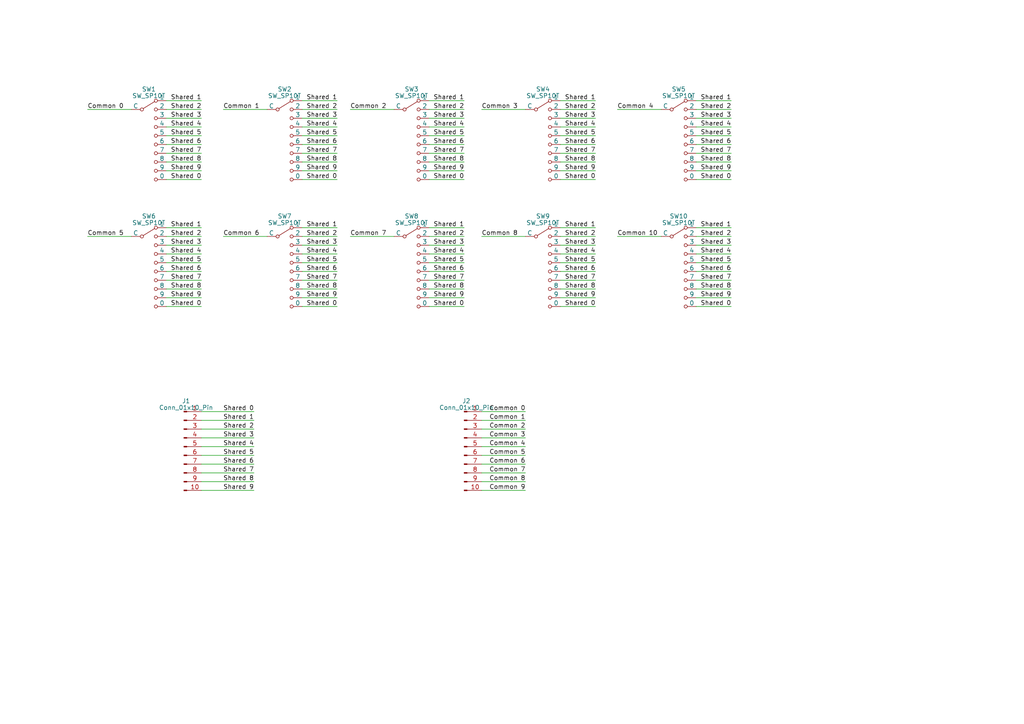
<source format=kicad_sch>
(kicad_sch (version 20230121) (generator eeschema)
  (paper "A4")
  (lib_symbols
    (symbol "Connector:Conn_01x10_Pin" (pin_names (offset 1.016) hide)
      (property "Reference" "J" (at 0 12.7 0))
      (property "Value" "Conn_01x10_Pin" (at 0 -15.24 0))
      (symbol "Conn_01x10_Pin_1_1"
        (polyline (pts (xy 1.27 -12.7) (xy 0.8636 -12.7)) (stroke (width 0.1524)))
        (polyline (pts (xy 1.27 -10.16) (xy 0.8636 -10.16)) (stroke (width 0.1524)))
        (polyline (pts (xy 1.27 -7.62) (xy 0.8636 -7.62)) (stroke (width 0.1524)))
        (polyline (pts (xy 1.27 -5.08) (xy 0.8636 -5.08)) (stroke (width 0.1524)))
        (polyline (pts (xy 1.27 -2.54) (xy 0.8636 -2.54)) (stroke (width 0.1524)))
        (polyline (pts (xy 1.27 0) (xy 0.8636 0)) (stroke (width 0.1524)))
        (polyline (pts (xy 1.27 2.54) (xy 0.8636 2.54)) (stroke (width 0.1524)))
        (polyline (pts (xy 1.27 5.08) (xy 0.8636 5.08)) (stroke (width 0.1524)))
        (polyline (pts (xy 1.27 7.62) (xy 0.8636 7.62)) (stroke (width 0.1524)))
        (polyline (pts (xy 1.27 10.16) (xy 0.8636 10.16)) (stroke (width 0.1524)))
        (rectangle (start 0.8636 -12.573) (end 0 -12.827) (stroke (width 0.1524)) (fill (type outline)))
        (rectangle (start 0.8636 -10.033) (end 0 -10.287) (stroke (width 0.1524)) (fill (type outline)))
        (rectangle (start 0.8636 -7.493) (end 0 -7.747) (stroke (width 0.1524)) (fill (type outline)))
        (rectangle (start 0.8636 -4.953) (end 0 -5.207) (stroke (width 0.1524)) (fill (type outline)))
        (rectangle (start 0.8636 -2.413) (end 0 -2.667) (stroke (width 0.1524)) (fill (type outline)))
        (rectangle (start 0.8636 0.127) (end 0 -0.127) (stroke (width 0.1524)) (fill (type outline)))
        (rectangle (start 0.8636 2.667) (end 0 2.413) (stroke (width 0.1524)) (fill (type outline)))
        (rectangle (start 0.8636 5.207) (end 0 4.953) (stroke (width 0.1524)) (fill (type outline)))
        (rectangle (start 0.8636 7.747) (end 0 7.493) (stroke (width 0.1524)) (fill (type outline)))
        (rectangle (start 0.8636 10.287) (end 0 10.033) (stroke (width 0.1524)) (fill (type outline)))
        (pin passive line (at 5.08 10.16 180) (length 3.81) (name "Pin_1") (number "1"))
        (pin passive line (at 5.08 -12.7 180) (length 3.81) (name "Pin_10") (number "10"))
        (pin passive line (at 5.08 7.62 180) (length 3.81) (name "Pin_2") (number "2"))
        (pin passive line (at 5.08 5.08 180) (length 3.81) (name "Pin_3") (number "3"))
        (pin passive line (at 5.08 2.54 180) (length 3.81) (name "Pin_4") (number "4"))
        (pin passive line (at 5.08 0 180) (length 3.81) (name "Pin_5") (number "5"))
        (pin passive line (at 5.08 -2.54 180) (length 3.81) (name "Pin_6") (number "6"))
        (pin passive line (at 5.08 -5.08 180) (length 3.81) (name "Pin_7") (number "7"))
        (pin passive line (at 5.08 -7.62 180) (length 3.81) (name "Pin_8") (number "8"))
        (pin passive line (at 5.08 -10.16 180) (length 3.81) (name "Pin_9") (number "9"))
      )
    )
    (symbol "EmbeddedBakery:SW_SP10T" (pin_numbers hide) (pin_names (offset 0))
      (property "Reference" "SW" (at 0 5.08 0))
      (property "Value" "SW_SP10T" (at 1.27 -24.13 0))
      (symbol "SW_SP10T_0_1"
        (circle (center -2.032 0) (radius 0.4572))
        (polyline (pts (xy -1.651 0.254) (xy 1.651 2.286)))
        (circle (center 2.032 -20.32) (radius 0.4572))
        (circle (center 2.032 -17.78) (radius 0.4572))
        (circle (center 2.032 -15.24) (radius 0.4572))
        (circle (center 2.032 -12.7) (radius 0.4572))
        (circle (center 2.032 -10.16) (radius 0.4572))
        (circle (center 2.032 -7.62) (radius 0.4572))
        (circle (center 2.032 -5.08) (radius 0.4572))
        (circle (center 2.032 -2.54) (radius 0.4572))
        (circle (center 2.032 0) (radius 0.4572))
        (circle (center 2.032 2.54) (radius 0.4572))
      )
      (symbol "SW_SP10T_1_1"
        (pin passive line (at 5.08 -7.62 180) (length 2.54) (name "5") (number "1"))
        (pin passive line (at 5.08 -2.54 180) (length 2.54) (name "3") (number "10"))
        (pin passive line (at 5.08 -5.08 180) (length 2.54) (name "4") (number "11"))
        (pin passive line (at 5.08 -10.16 180) (length 2.54) (name "6") (number "2"))
        (pin passive line (at 5.08 -12.7 180) (length 2.54) (name "7") (number "3"))
        (pin passive line (at 5.08 -15.24 180) (length 2.54) (name "8") (number "4"))
        (pin passive line (at 5.08 -17.78 180) (length 2.54) (name "9") (number "5"))
        (pin passive line (at 5.08 -20.32 180) (length 2.54) (name "0") (number "7"))
        (pin passive line (at -5.08 0 0) (length 2.54) (name "C") (number "7"))
        (pin passive line (at 5.08 2.54 180) (length 2.54) (name "1") (number "8"))
        (pin passive line (at 5.08 0 180) (length 2.54) (name "2") (number "9"))
      )
    )
  )
  (wire (pts (xy 162.56 86.36) (xy 172.72 86.36)))
  (wire (pts (xy 48.26 66.04) (xy 58.42 66.04)))
  (wire (pts (xy 124.46 73.66) (xy 134.62 73.66)))
  (wire (pts (xy 58.42 142.24) (xy 73.66 142.24)))
  (wire (pts (xy 162.56 66.04) (xy 172.72 66.04)))
  (wire (pts (xy 139.7 68.58) (xy 152.4 68.58)))
  (wire (pts (xy 87.63 66.04) (xy 97.79 66.04)))
  (wire (pts (xy 162.56 88.9) (xy 172.72 88.9)))
  (wire (pts (xy 139.7 119.38) (xy 152.4 119.38)))
  (wire (pts (xy 162.56 34.29) (xy 172.72 34.29)))
  (wire (pts (xy 124.46 29.21) (xy 134.62 29.21)))
  (wire (pts (xy 201.93 44.45) (xy 212.09 44.45)))
  (wire (pts (xy 201.93 71.12) (xy 212.09 71.12)))
  (wire (pts (xy 139.7 31.75) (xy 152.4 31.75)))
  (wire (pts (xy 58.42 121.92) (xy 73.66 121.92)))
  (wire (pts (xy 48.26 86.36) (xy 58.42 86.36)))
  (wire (pts (xy 201.93 73.66) (xy 212.09 73.66)))
  (wire (pts (xy 201.93 29.21) (xy 212.09 29.21)))
  (wire (pts (xy 162.56 78.74) (xy 172.72 78.74)))
  (wire (pts (xy 124.46 39.37) (xy 134.62 39.37)))
  (wire (pts (xy 201.93 86.36) (xy 212.09 86.36)))
  (wire (pts (xy 48.26 73.66) (xy 58.42 73.66)))
  (wire (pts (xy 58.42 127) (xy 73.66 127)))
  (wire (pts (xy 162.56 46.99) (xy 172.72 46.99)))
  (wire (pts (xy 58.42 132.08) (xy 73.66 132.08)))
  (wire (pts (xy 58.42 119.38) (xy 73.66 119.38)))
  (wire (pts (xy 48.26 36.83) (xy 58.42 36.83)))
  (wire (pts (xy 179.07 31.75) (xy 191.77 31.75)))
  (wire (pts (xy 87.63 86.36) (xy 97.79 86.36)))
  (wire (pts (xy 87.63 83.82) (xy 97.79 83.82)))
  (wire (pts (xy 58.42 134.62) (xy 73.66 134.62)))
  (wire (pts (xy 201.93 66.04) (xy 212.09 66.04)))
  (wire (pts (xy 48.26 34.29) (xy 58.42 34.29)))
  (wire (pts (xy 124.46 88.9) (xy 134.62 88.9)))
  (wire (pts (xy 48.26 44.45) (xy 58.42 44.45)))
  (wire (pts (xy 124.46 44.45) (xy 134.62 44.45)))
  (wire (pts (xy 58.42 137.16) (xy 73.66 137.16)))
  (wire (pts (xy 48.26 68.58) (xy 58.42 68.58)))
  (wire (pts (xy 87.63 41.91) (xy 97.79 41.91)))
  (wire (pts (xy 162.56 73.66) (xy 172.72 73.66)))
  (wire (pts (xy 48.26 49.53) (xy 58.42 49.53)))
  (wire (pts (xy 48.26 71.12) (xy 58.42 71.12)))
  (wire (pts (xy 87.63 34.29) (xy 97.79 34.29)))
  (wire (pts (xy 162.56 29.21) (xy 172.72 29.21)))
  (wire (pts (xy 124.46 49.53) (xy 134.62 49.53)))
  (wire (pts (xy 201.93 81.28) (xy 212.09 81.28)))
  (wire (pts (xy 124.46 78.74) (xy 134.62 78.74)))
  (wire (pts (xy 201.93 34.29) (xy 212.09 34.29)))
  (wire (pts (xy 201.93 49.53) (xy 212.09 49.53)))
  (wire (pts (xy 48.26 76.2) (xy 58.42 76.2)))
  (wire (pts (xy 162.56 41.91) (xy 172.72 41.91)))
  (wire (pts (xy 124.46 68.58) (xy 134.62 68.58)))
  (wire (pts (xy 201.93 52.07) (xy 212.09 52.07)))
  (wire (pts (xy 25.4 68.58) (xy 38.1 68.58)))
  (wire (pts (xy 64.77 31.75) (xy 77.47 31.75)))
  (wire (pts (xy 87.63 76.2) (xy 97.79 76.2)))
  (wire (pts (xy 179.07 68.58) (xy 191.77 68.58)))
  (wire (pts (xy 124.46 76.2) (xy 134.62 76.2)))
  (wire (pts (xy 139.7 121.92) (xy 152.4 121.92)))
  (wire (pts (xy 139.7 137.16) (xy 152.4 137.16)))
  (wire (pts (xy 124.46 41.91) (xy 134.62 41.91)))
  (wire (pts (xy 124.46 46.99) (xy 134.62 46.99)))
  (wire (pts (xy 48.26 52.07) (xy 58.42 52.07)))
  (wire (pts (xy 48.26 46.99) (xy 58.42 46.99)))
  (wire (pts (xy 124.46 31.75) (xy 134.62 31.75)))
  (wire (pts (xy 87.63 71.12) (xy 97.79 71.12)))
  (wire (pts (xy 101.6 31.75) (xy 114.3 31.75)))
  (wire (pts (xy 162.56 39.37) (xy 172.72 39.37)))
  (wire (pts (xy 162.56 76.2) (xy 172.72 76.2)))
  (wire (pts (xy 124.46 86.36) (xy 134.62 86.36)))
  (wire (pts (xy 162.56 71.12) (xy 172.72 71.12)))
  (wire (pts (xy 87.63 78.74) (xy 97.79 78.74)))
  (wire (pts (xy 162.56 44.45) (xy 172.72 44.45)))
  (wire (pts (xy 124.46 52.07) (xy 134.62 52.07)))
  (wire (pts (xy 124.46 81.28) (xy 134.62 81.28)))
  (wire (pts (xy 48.26 88.9) (xy 58.42 88.9)))
  (wire (pts (xy 124.46 71.12) (xy 134.62 71.12)))
  (wire (pts (xy 87.63 52.07) (xy 97.79 52.07)))
  (wire (pts (xy 201.93 36.83) (xy 212.09 36.83)))
  (wire (pts (xy 201.93 68.58) (xy 212.09 68.58)))
  (wire (pts (xy 48.26 83.82) (xy 58.42 83.82)))
  (wire (pts (xy 58.42 124.46) (xy 73.66 124.46)))
  (wire (pts (xy 201.93 46.99) (xy 212.09 46.99)))
  (wire (pts (xy 162.56 83.82) (xy 172.72 83.82)))
  (wire (pts (xy 139.7 124.46) (xy 152.4 124.46)))
  (wire (pts (xy 162.56 81.28) (xy 172.72 81.28)))
  (wire (pts (xy 162.56 49.53) (xy 172.72 49.53)))
  (wire (pts (xy 124.46 34.29) (xy 134.62 34.29)))
  (wire (pts (xy 162.56 52.07) (xy 172.72 52.07)))
  (wire (pts (xy 58.42 129.54) (xy 73.66 129.54)))
  (wire (pts (xy 201.93 31.75) (xy 212.09 31.75)))
  (wire (pts (xy 87.63 36.83) (xy 97.79 36.83)))
  (wire (pts (xy 201.93 78.74) (xy 212.09 78.74)))
  (wire (pts (xy 201.93 83.82) (xy 212.09 83.82)))
  (wire (pts (xy 87.63 39.37) (xy 97.79 39.37)))
  (wire (pts (xy 139.7 139.7) (xy 152.4 139.7)))
  (wire (pts (xy 139.7 132.08) (xy 152.4 132.08)))
  (wire (pts (xy 201.93 41.91) (xy 212.09 41.91)))
  (wire (pts (xy 87.63 46.99) (xy 97.79 46.99)))
  (wire (pts (xy 87.63 73.66) (xy 97.79 73.66)))
  (wire (pts (xy 139.7 127) (xy 152.4 127)))
  (wire (pts (xy 25.4 31.75) (xy 38.1 31.75)))
  (wire (pts (xy 87.63 88.9) (xy 97.79 88.9)))
  (wire (pts (xy 139.7 129.54) (xy 152.4 129.54)))
  (wire (pts (xy 48.26 29.21) (xy 58.42 29.21)))
  (wire (pts (xy 162.56 36.83) (xy 172.72 36.83)))
  (wire (pts (xy 101.6 68.58) (xy 114.3 68.58)))
  (wire (pts (xy 48.26 31.75) (xy 58.42 31.75)))
  (wire (pts (xy 87.63 29.21) (xy 97.79 29.21)))
  (wire (pts (xy 58.42 139.7) (xy 73.66 139.7)))
  (wire (pts (xy 139.7 142.24) (xy 152.4 142.24)))
  (wire (pts (xy 162.56 31.75) (xy 172.72 31.75)))
  (wire (pts (xy 201.93 76.2) (xy 212.09 76.2)))
  (wire (pts (xy 87.63 31.75) (xy 97.79 31.75)))
  (wire (pts (xy 48.26 41.91) (xy 58.42 41.91)))
  (wire (pts (xy 48.26 39.37) (xy 58.42 39.37)))
  (wire (pts (xy 87.63 49.53) (xy 97.79 49.53)))
  (wire (pts (xy 87.63 81.28) (xy 97.79 81.28)))
  (wire (pts (xy 64.77 68.58) (xy 77.47 68.58)))
  (wire (pts (xy 124.46 83.82) (xy 134.62 83.82)))
  (wire (pts (xy 87.63 44.45) (xy 97.79 44.45)))
  (wire (pts (xy 139.7 134.62) (xy 152.4 134.62)))
  (wire (pts (xy 201.93 39.37) (xy 212.09 39.37)))
  (wire (pts (xy 124.46 66.04) (xy 134.62 66.04)))
  (wire (pts (xy 87.63 68.58) (xy 97.79 68.58)))
  (wire (pts (xy 124.46 36.83) (xy 134.62 36.83)))
  (wire (pts (xy 162.56 68.58) (xy 172.72 68.58)))
  (wire (pts (xy 48.26 78.74) (xy 58.42 78.74)))
  (wire (pts (xy 201.93 88.9) (xy 212.09 88.9)))
  (wire (pts (xy 48.26 81.28) (xy 58.42 81.28)))
  (label "Shared 3" (at 97.79 34.29 180))
  (label "Shared 6" (at 97.79 78.74 180))
  (label "Shared 8" (at 172.72 83.82 180))
  (label "Shared 9" (at 58.42 49.53 180))
  (label "Shared 4" (at 58.42 73.66 180))
  (label "Shared 9" (at 58.42 86.36 180))
  (label "Common 0" (at 25.4 31.75 0))
  (label "Shared 1" (at 58.42 66.04 180))
  (label "Shared 6" (at 134.62 41.91 180))
  (label "Shared 1" (at 212.09 29.21 180))
  (label "Shared 8" (at 73.66 139.7 180))
  (label "Shared 8" (at 212.09 83.82 180))
  (label "Shared 4" (at 134.62 36.83 180))
  (label "Shared 9" (at 97.79 49.53 180))
  (label "Common 8" (at 152.4 139.7 180))
  (label "Shared 7" (at 212.09 81.28 180))
  (label "Shared 5" (at 134.62 76.2 180))
  (label "Shared 6" (at 172.72 78.74 180))
  (label "Shared 3" (at 172.72 71.12 180))
  (label "Shared 2" (at 97.79 68.58 180))
  (label "Shared 5" (at 58.42 76.2 180))
  (label "Shared 8" (at 97.79 46.99 180))
  (label "Shared 4" (at 172.72 73.66 180))
  (label "Shared 4" (at 134.62 73.66 180))
  (label "Shared 7" (at 97.79 81.28 180))
  (label "Common 1" (at 64.77 31.75 0))
  (label "Shared 6" (at 73.66 134.62 180))
  (label "Shared 7" (at 172.72 81.28 180))
  (label "Shared 8" (at 58.42 46.99 180))
  (label "Shared 2" (at 134.62 68.58 180))
  (label "Common 0" (at 152.4 119.38 180))
  (label "Shared 1" (at 134.62 66.04 180))
  (label "Shared 0" (at 73.66 119.38 180))
  (label "Shared 2" (at 73.66 124.46 180))
  (label "Shared 4" (at 97.79 73.66 180))
  (label "Shared 8" (at 134.62 83.82 180))
  (label "Shared 3" (at 134.62 34.29 180))
  (label "Shared 1" (at 58.42 29.21 180))
  (label "Shared 5" (at 212.09 39.37 180))
  (label "Common 7" (at 101.6 68.58 0))
  (label "Shared 0" (at 134.62 88.9 180))
  (label "Shared 6" (at 97.79 41.91 180))
  (label "Shared 4" (at 58.42 36.83 180))
  (label "Shared 6" (at 212.09 41.91 180))
  (label "Shared 0" (at 134.62 52.07 180))
  (label "Shared 3" (at 172.72 34.29 180))
  (label "Shared 5" (at 73.66 132.08 180))
  (label "Shared 9" (at 134.62 49.53 180))
  (label "Shared 9" (at 73.66 142.24 180))
  (label "Common 4" (at 179.07 31.75 0))
  (label "Shared 5" (at 172.72 39.37 180))
  (label "Shared 3" (at 58.42 71.12 180))
  (label "Common 5" (at 25.4 68.58 0))
  (label "Shared 0" (at 58.42 88.9 180))
  (label "Common 4" (at 152.4 129.54 180))
  (label "Shared 1" (at 172.72 29.21 180))
  (label "Shared 6" (at 58.42 41.91 180))
  (label "Shared 0" (at 212.09 52.07 180))
  (label "Shared 1" (at 172.72 66.04 180))
  (label "Shared 8" (at 212.09 46.99 180))
  (label "Common 6" (at 152.4 134.62 180))
  (label "Shared 1" (at 97.79 66.04 180))
  (label "Shared 9" (at 97.79 86.36 180))
  (label "Shared 2" (at 212.09 68.58 180))
  (label "Shared 8" (at 134.62 46.99 180))
  (label "Shared 4" (at 212.09 73.66 180))
  (label "Shared 2" (at 172.72 68.58 180))
  (label "Shared 4" (at 212.09 36.83 180))
  (label "Shared 9" (at 212.09 86.36 180))
  (label "Shared 7" (at 58.42 81.28 180))
  (label "Shared 0" (at 172.72 88.9 180))
  (label "Shared 4" (at 73.66 129.54 180))
  (label "Common 1" (at 152.4 121.92 180))
  (label "Shared 9" (at 212.09 49.53 180))
  (label "Shared 7" (at 134.62 81.28 180))
  (label "Shared 2" (at 212.09 31.75 180))
  (label "Shared 5" (at 212.09 76.2 180))
  (label "Shared 2" (at 172.72 31.75 180))
  (label "Shared 7" (at 97.79 44.45 180))
  (label "Shared 3" (at 97.79 71.12 180))
  (label "Shared 6" (at 212.09 78.74 180))
  (label "Shared 0" (at 97.79 88.9 180))
  (label "Shared 6" (at 134.62 78.74 180))
  (label "Common 6" (at 64.77 68.58 0))
  (label "Shared 7" (at 134.62 44.45 180))
  (label "Shared 5" (at 58.42 39.37 180))
  (label "Shared 0" (at 58.42 52.07 180))
  (label "Shared 0" (at 212.09 88.9 180))
  (label "Shared 5" (at 97.79 76.2 180))
  (label "Shared 6" (at 58.42 78.74 180))
  (label "Shared 5" (at 134.62 39.37 180))
  (label "Shared 1" (at 73.66 121.92 180))
  (label "Common 2" (at 152.4 124.46 180))
  (label "Shared 3" (at 58.42 34.29 180))
  (label "Shared 9" (at 134.62 86.36 180))
  (label "Common 9" (at 152.4 142.24 180))
  (label "Shared 0" (at 97.79 52.07 180))
  (label "Shared 4" (at 97.79 36.83 180))
  (label "Shared 7" (at 58.42 44.45 180))
  (label "Common 7" (at 152.4 137.16 180))
  (label "Common 5" (at 152.4 132.08 180))
  (label "Shared 7" (at 73.66 137.16 180))
  (label "Shared 2" (at 58.42 31.75 180))
  (label "Common 8" (at 139.7 68.58 0))
  (label "Shared 8" (at 172.72 46.99 180))
  (label "Shared 5" (at 172.72 76.2 180))
  (label "Shared 5" (at 97.79 39.37 180))
  (label "Shared 6" (at 172.72 41.91 180))
  (label "Shared 0" (at 172.72 52.07 180))
  (label "Shared 3" (at 134.62 71.12 180))
  (label "Common 2" (at 101.6 31.75 0))
  (label "Shared 8" (at 58.42 83.82 180))
  (label "Shared 2" (at 97.79 31.75 180))
  (label "Common 3" (at 139.7 31.75 0))
  (label "Shared 7" (at 172.72 44.45 180))
  (label "Common 3" (at 152.4 127 180))
  (label "Shared 3" (at 212.09 71.12 180))
  (label "Shared 8" (at 97.79 83.82 180))
  (label "Common 10" (at 179.07 68.58 0))
  (label "Shared 2" (at 134.62 31.75 180))
  (label "Shared 2" (at 58.42 68.58 180))
  (label "Shared 1" (at 97.79 29.21 180))
  (label "Shared 9" (at 172.72 49.53 180))
  (label "Shared 7" (at 212.09 44.45 180))
  (label "Shared 1" (at 212.09 66.04 180))
  (label "Shared 3" (at 212.09 34.29 180))
  (label "Shared 3" (at 73.66 127 180))
  (label "Shared 4" (at 172.72 36.83 180))
  (label "Shared 1" (at 134.62 29.21 180))
  (label "Shared 9" (at 172.72 86.36 180))
  (symbol (lib_id "EmbeddedBakery:SW_SP10T") (at 157.48 31.75 0) (unit 1)
    (property "Reference" "SW4" (at 157.48 25.8699 0))
    (property "Value" "SW_SP10T" (at 157.48 27.7909 0))
  )
  (symbol (lib_id "EmbeddedBakery:SW_SP10T") (at 43.18 68.58 0) (unit 1)
    (property "Reference" "SW6" (at 43.18 62.6999 0))
    (property "Value" "SW_SP10T" (at 43.18 64.6209 0))
  )
  (symbol (lib_id "EmbeddedBakery:SW_SP10T") (at 119.38 68.58 0) (unit 1)
    (property "Reference" "SW8" (at 119.38 62.6999 0))
    (property "Value" "SW_SP10T" (at 119.38 64.6209 0))
  )
  (symbol (lib_id "EmbeddedBakery:SW_SP10T") (at 82.55 68.58 0) (unit 1)
    (property "Reference" "SW7" (at 82.55 62.6999 0))
    (property "Value" "SW_SP10T" (at 82.55 64.6209 0))
  )
  (symbol (lib_id "EmbeddedBakery:SW_SP10T") (at 43.18 31.75 0) (unit 1)
    (property "Reference" "SW1" (at 43.18 25.8699 0))
    (property "Value" "SW_SP10T" (at 43.18 27.7909 0))
  )
  (symbol (lib_id "Connector:Conn_01x10_Pin") (at 134.62 129.54 0) (unit 1)
    (property "Reference" "J2" (at 135.255 116.2939 0))
    (property "Value" "Conn_01x10_Pin" (at 135.255 118.2149 0))
  )
  (symbol (lib_id "EmbeddedBakery:SW_SP10T") (at 196.85 31.75 0) (unit 1)
    (property "Reference" "SW5" (at 196.85 25.8699 0))
    (property "Value" "SW_SP10T" (at 196.85 27.7909 0))
  )
  (symbol (lib_id "EmbeddedBakery:SW_SP10T") (at 119.38 31.75 0) (unit 1)
    (property "Reference" "SW3" (at 119.38 25.8699 0))
    (property "Value" "SW_SP10T" (at 119.38 27.7909 0))
  )
  (symbol (lib_id "Connector:Conn_01x10_Pin") (at 53.34 129.54 0) (unit 1)
    (property "Reference" "J1" (at 53.975 116.2939 0))
    (property "Value" "Conn_01x10_Pin" (at 53.975 118.2149 0))
  )
  (symbol (lib_id "EmbeddedBakery:SW_SP10T") (at 157.48 68.58 0) (unit 1)
    (property "Reference" "SW9" (at 157.48 62.6999 0))
    (property "Value" "SW_SP10T" (at 157.48 64.6209 0))
  )
  (symbol (lib_id "EmbeddedBakery:SW_SP10T") (at 82.55 31.75 0) (unit 1)
    (property "Reference" "SW2" (at 82.55 25.8699 0))
    (property "Value" "SW_SP10T" (at 82.55 27.7909 0))
  )
  (symbol (lib_id "EmbeddedBakery:SW_SP10T") (at 196.85 68.58 0) (unit 1)
    (property "Reference" "SW10" (at 196.85 62.6999 0))
    (property "Value" "SW_SP10T" (at 196.85 64.6209 0))
  )
)
</source>
